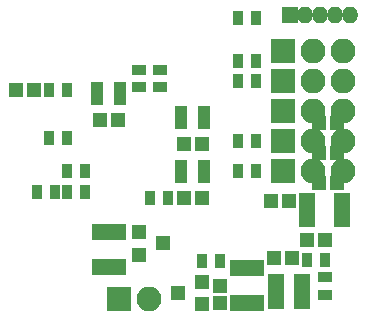
<source format=gbr>
G04 #@! TF.FileFunction,Soldermask,Bot*
%FSLAX46Y46*%
G04 Gerber Fmt 4.6, Leading zero omitted, Abs format (unit mm)*
G04 Created by KiCad (PCBNEW 4.0.5-e0-6337~49~ubuntu14.04.1) date Thu Mar  2 13:58:40 2017*
%MOMM*%
%LPD*%
G01*
G04 APERTURE LIST*
%ADD10C,0.100000*%
%ADD11R,1.400000X1.400000*%
%ADD12O,1.400000X1.400000*%
%ADD13R,1.150000X1.200000*%
%ADD14R,1.200000X1.150000*%
%ADD15R,1.460000X1.050000*%
%ADD16R,1.300000X1.200000*%
%ADD17R,0.900000X1.300000*%
%ADD18R,1.300000X0.900000*%
%ADD19R,1.050000X0.800000*%
%ADD20R,2.100000X2.100000*%
%ADD21O,2.100000X2.100000*%
%ADD22R,2.900000X1.400000*%
%ADD23R,1.400000X2.900000*%
G04 APERTURE END LIST*
D10*
D11*
X165798500Y-90031000D03*
D12*
X167068500Y-90031000D03*
X168338500Y-90031000D03*
X169608500Y-90031000D03*
X170878500Y-90031000D03*
D13*
X159829500Y-112903000D03*
X159829500Y-114403000D03*
D14*
X156793500Y-105525000D03*
X158293500Y-105525000D03*
X164413500Y-110605000D03*
X165913500Y-110605000D03*
X151181500Y-98921000D03*
X149681500Y-98921000D03*
X169723500Y-101715000D03*
X168223500Y-101715000D03*
X169723500Y-104255000D03*
X168223500Y-104255000D03*
X169723500Y-99175000D03*
X168223500Y-99175000D03*
X167207500Y-109081000D03*
X168707500Y-109081000D03*
X165659500Y-105779000D03*
X164159500Y-105779000D03*
X142569500Y-96381000D03*
X144069500Y-96381000D03*
D15*
X166771500Y-112449000D03*
X166771500Y-113399000D03*
X166771500Y-114349000D03*
X164571500Y-114349000D03*
X164571500Y-112449000D03*
X164571500Y-113399000D03*
D16*
X158289500Y-112576000D03*
X158289500Y-114476000D03*
X156289500Y-113526000D03*
D17*
X161365500Y-90285000D03*
X162865500Y-90285000D03*
X162865500Y-93904500D03*
X161365500Y-93904500D03*
D18*
X152971500Y-94615000D03*
X152971500Y-96115000D03*
D17*
X162865500Y-95619000D03*
X161365500Y-95619000D03*
D18*
X154749500Y-94615000D03*
X154749500Y-96115000D03*
D17*
X158317500Y-110859000D03*
X159817500Y-110859000D03*
X161365500Y-100699000D03*
X162865500Y-100699000D03*
X161365500Y-103239000D03*
X162865500Y-103239000D03*
X168707500Y-110732000D03*
X167207500Y-110732000D03*
D18*
X168719500Y-113704500D03*
X168719500Y-112204500D03*
D17*
X146863500Y-100445000D03*
X145363500Y-100445000D03*
X145847500Y-105017000D03*
X144347500Y-105017000D03*
X148387500Y-103239000D03*
X146887500Y-103239000D03*
X153936000Y-105525000D03*
X155436000Y-105525000D03*
X148387500Y-105017000D03*
X146887500Y-105017000D03*
X146863500Y-96381000D03*
X145363500Y-96381000D03*
D19*
X151381500Y-95985000D03*
X151381500Y-97285000D03*
X149481500Y-96635000D03*
X151381500Y-96635000D03*
X149481500Y-97285000D03*
X149481500Y-95985000D03*
X156593500Y-103889000D03*
X156593500Y-102589000D03*
X158493500Y-103239000D03*
X156593500Y-103239000D03*
X158493500Y-102589000D03*
X158493500Y-103889000D03*
D16*
X152987500Y-110285000D03*
X152987500Y-108385000D03*
X154987500Y-109335000D03*
D20*
X151320500Y-114034000D03*
D21*
X153860500Y-114034000D03*
D14*
X156793500Y-100953000D03*
X158293500Y-100953000D03*
D19*
X156593500Y-99317000D03*
X156593500Y-98017000D03*
X158493500Y-98667000D03*
X156593500Y-98667000D03*
X158493500Y-98017000D03*
X158493500Y-99317000D03*
D20*
X165163500Y-93079000D03*
D21*
X167703500Y-93079000D03*
X170243500Y-93079000D03*
D20*
X165163500Y-95619000D03*
D21*
X167703500Y-95619000D03*
X170243500Y-95619000D03*
D20*
X165163500Y-100699000D03*
D21*
X167703500Y-100699000D03*
X170243500Y-100699000D03*
D20*
X165163500Y-103239000D03*
D21*
X167703500Y-103239000D03*
X170243500Y-103239000D03*
D20*
X165163500Y-98159000D03*
D21*
X167703500Y-98159000D03*
X170243500Y-98159000D03*
D22*
X162115500Y-111391000D03*
X162115500Y-114391000D03*
D23*
X167219500Y-106541000D03*
X170219500Y-106541000D03*
D22*
X150431500Y-108343000D03*
X150431500Y-111343000D03*
M02*

</source>
